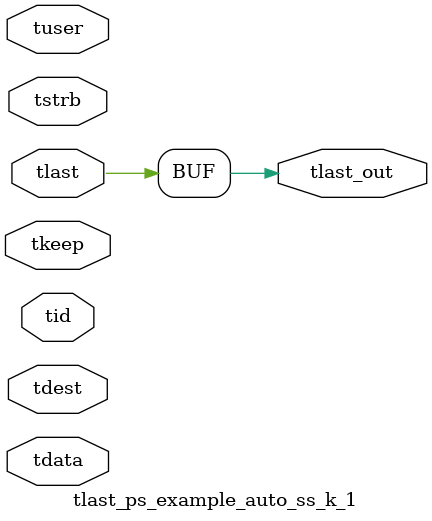
<source format=v>


`timescale 1ps/1ps

module tlast_ps_example_auto_ss_k_1 #
(
parameter C_S_AXIS_TID_WIDTH   = 1,
parameter C_S_AXIS_TUSER_WIDTH = 0,
parameter C_S_AXIS_TDATA_WIDTH = 0,
parameter C_S_AXIS_TDEST_WIDTH = 0
)
(
input  [(C_S_AXIS_TID_WIDTH   == 0 ? 1 : C_S_AXIS_TID_WIDTH)-1:0       ] tid,
input  [(C_S_AXIS_TDATA_WIDTH == 0 ? 1 : C_S_AXIS_TDATA_WIDTH)-1:0     ] tdata,
input  [(C_S_AXIS_TUSER_WIDTH == 0 ? 1 : C_S_AXIS_TUSER_WIDTH)-1:0     ] tuser,
input  [(C_S_AXIS_TDEST_WIDTH == 0 ? 1 : C_S_AXIS_TDEST_WIDTH)-1:0     ] tdest,
input  [(C_S_AXIS_TDATA_WIDTH/8)-1:0 ] tkeep,
input  [(C_S_AXIS_TDATA_WIDTH/8)-1:0 ] tstrb,
input  [0:0]                                                             tlast,
output                                                                   tlast_out
);

assign tlast_out = {tlast};

endmodule


</source>
